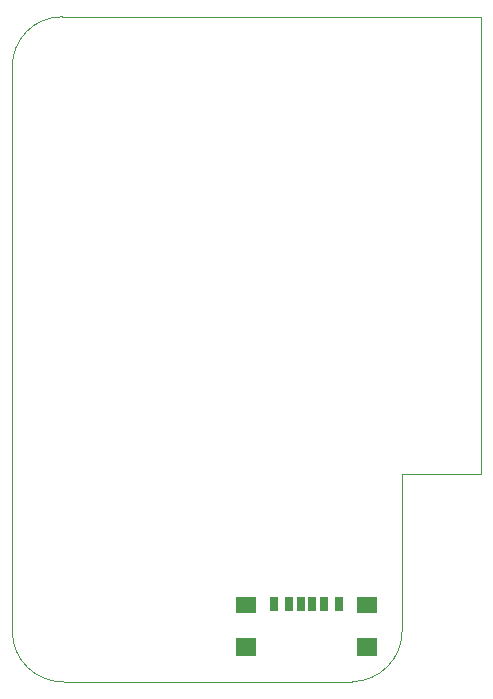
<source format=gbr>
G04 #@! TF.GenerationSoftware,KiCad,Pcbnew,7.0.5*
G04 #@! TF.CreationDate,2023-06-11T09:32:39-04:00*
G04 #@! TF.ProjectId,PI4Adapter,50493441-6461-4707-9465-722e6b696361,0.1b*
G04 #@! TF.SameCoordinates,Original*
G04 #@! TF.FileFunction,Paste,Top*
G04 #@! TF.FilePolarity,Positive*
%FSLAX46Y46*%
G04 Gerber Fmt 4.6, Leading zero omitted, Abs format (unit mm)*
G04 Created by KiCad (PCBNEW 7.0.5) date 2023-06-11 09:32:39*
%MOMM*%
%LPD*%
G01*
G04 APERTURE LIST*
%ADD10R,0.700000X1.200000*%
%ADD11R,0.760000X1.200000*%
%ADD12R,0.800000X1.200000*%
%ADD13R,1.800000X1.350000*%
%ADD14R,1.800000X1.500000*%
G04 #@! TA.AperFunction,Profile*
%ADD15C,0.100000*%
G04 #@! TD*
G04 APERTURE END LIST*
D10*
X128405000Y-123332500D03*
D11*
X130425000Y-123332500D03*
D12*
X131655000Y-123332500D03*
D10*
X129405000Y-123332500D03*
D11*
X127385000Y-123332500D03*
D12*
X126155000Y-123332500D03*
D13*
X123780000Y-123387500D03*
D14*
X123780000Y-126967500D03*
D13*
X134030000Y-123387500D03*
D14*
X134030000Y-126967500D03*
D15*
X108235592Y-73600000D02*
X143700000Y-73600000D01*
X132750001Y-129900045D02*
G75*
G03*
X137000000Y-125550000I-52401J4302345D01*
G01*
X143700000Y-112350000D02*
X137000000Y-112350000D01*
X143700000Y-73600000D02*
X143700000Y-112350000D01*
X104000004Y-125685592D02*
G75*
G03*
X108361560Y-129900000I4256596J41092D01*
G01*
X104000000Y-125685592D02*
X104000000Y-77907877D01*
X132750000Y-129900000D02*
X108361560Y-129900000D01*
X108235592Y-73599997D02*
G75*
G03*
X104000001Y-77907877I-46932J-4190053D01*
G01*
X137000000Y-112350000D02*
X137000000Y-125550000D01*
M02*

</source>
